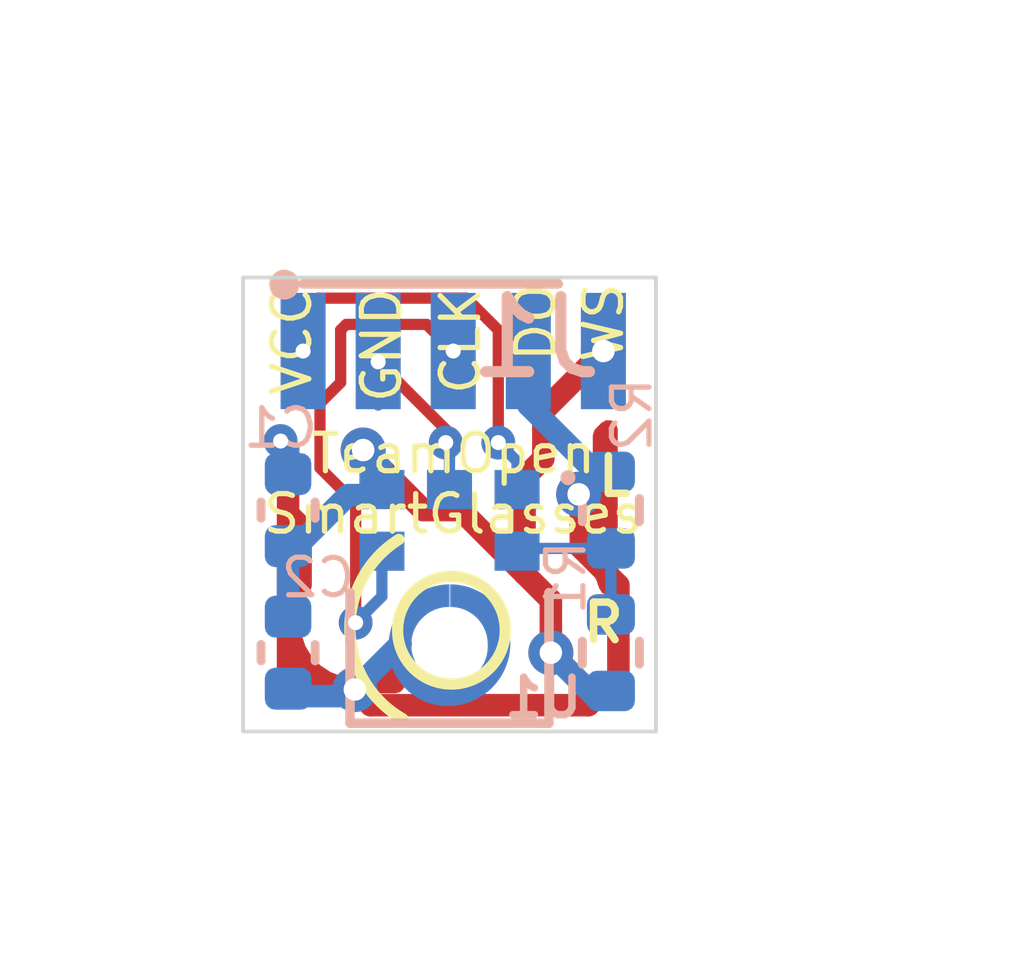
<source format=kicad_pcb>
(kicad_pcb (version 20211014) (generator pcbnew)
  (title_block (company "Parkview Research Labs"))
  (layers (0 "F.Cu" signal) (31 "B.Cu" signal) (34 "B.Paste" user) (35 "F.Paste" user) (36 "B.SilkS" user "B.Silkscreen") (37 "F.SilkS" user "F.Silkscreen") (38 "B.Mask" user) (39 "F.Mask" user) (44 "Edge.Cuts" user))
  (net 0 "")
  (net 1 "GND")
  (net 2 "Net-(R1-Pad2)")
  (net 3 "Net-(J1-Pad3)")
  (net 4 "Net-(J1-Pad1)")
  (net 5 "Net-(J1-Pad2)")
  (net 6 "+3V3")
  (footprint "Pauls_KiCAD_Libraries:Microhone_Graphic_sml" (layer "F.Cu") (at 150.876 96.1009 180)
    (fp_text reference "G1" hide)
    (fp_text value "Microphone_Graphic")
    (fp_arc (start 0.649207 -1.180369) (mid 1.352524 0.00041) (end 0.7 1.21) (layer "F.SilkS") (width 0.15))
    (fp_circle (center 0 0) (end 0.71 -0.1) (layer "F.SilkS") (width 0.15) (fill none))
  )
  (footprint "OSSG_footprints_endpiece:Solder-5P-Connector" (layer "B.Cu") (at 150.55 92.395)
    (fp_text reference "J1" (at 1.45 -0.195 180) (layer "B.SilkS") (effects (justify mirror)))
    (fp_text value "I2S_MIC_EXT")
    (fp_line (start -1.65 -0.91) (end 1.75 -0.91) (layer "B.SilkS") (width 0.127))
    (fp_circle (center -1.9 -0.9) (end -1.8 -0.9) (layer "B.SilkS") (width 0.2) (fill none))
    (pad "1" smd rect (at -1.65 -0.015) (size 0.6 1.55) (layers "B.Cu" "B.Paste" "B.Mask") (net 4 "Net-(J1-Pad1)"))
    (pad "2" smd rect (at -0.65 -0.015) (size 0.6 1.55) (layers "B.Cu" "B.Paste" "B.Mask") (net 5 "Net-(J1-Pad2)"))
    (pad "3" smd rect (at 0.35 -0.015) (size 0.6 1.55) (layers "B.Cu" "B.Paste" "B.Mask") (net 3 "Net-(J1-Pad3)"))
    (pad "4" smd rect (at 1.35 -0.015) (size 0.6 1.55) (layers "B.Cu" "B.Paste" "B.Mask") (net 1 "GND"))
    (pad "5" smd rect (at 2.35 -0.015) (size 0.6 1.55) (layers "B.Cu" "B.Paste" "B.Mask") (net 6 "+3V3"))
  )
  (footprint "Capacitor_SMD:C_0402_1005Metric" (layer "B.Cu") (at 148.7 94.5 90)
    (fp_text reference "C1" (at 1.0932 -0.1 180) (layer "B.SilkS") (effects (font (size 0.5 0.5) (thickness 0.07)) (justify mirror)))
    (fp_text value "100nF/C0G")
    (fp_line (start -0.107836 0.36) (end 0.107836 0.36) (layer "B.SilkS") (width 0.12))
    (fp_line (start -0.107836 -0.36) (end 0.107836 -0.36) (layer "B.SilkS") (width 0.12))
    (pad "1" smd roundrect locked (at -0.48 0 90) (size 0.56 0.62) (layers "B.Cu" "B.Paste" "B.Mask") (net 6 "+3V3"))
    (pad "2" smd roundrect locked (at 0.48 0 90) (size 0.56 0.62) (layers "B.Cu" "B.Paste" "B.Mask") (net 1 "GND"))
  )
  (footprint "Capacitor_SMD:C_0402_1005Metric" (layer "B.Cu") (at 148.7 96.4 -90)
    (fp_text reference "C2" (at -1 -0.4) (layer "B.SilkS") (effects (font (size 0.5 0.5) (thickness 0.07)) (justify mirror)))
    (fp_text value "1uF/C0G")
    (fp_line (start -0.107836 0.36) (end 0.107836 0.36) (layer "B.SilkS") (width 0.12))
    (fp_line (start -0.107836 -0.36) (end 0.107836 -0.36) (layer "B.SilkS") (width 0.12))
    (pad "1" smd roundrect locked (at -0.48 0 270) (size 0.56 0.62) (layers "B.Cu" "B.Paste" "B.Mask") (net 6 "+3V3"))
    (pad "2" smd roundrect locked (at 0.48 0 270) (size 0.56 0.62) (layers "B.Cu" "B.Paste" "B.Mask") (net 1 "GND"))
  )
  (footprint "Resistor_SMD:R_0402_1005Metric" (layer "B.Cu") (at 153 96.4 90)
    (fp_text reference "R1" (at 1 -0.6 90) (layer "B.SilkS") (effects (font (size 0.5 0.5) (thickness 0.07)) (justify mirror)))
    (fp_text value "0R*")
    (fp_line (start -0.153641 0.38) (end 0.153641 0.38) (layer "B.SilkS") (width 0.12))
    (fp_line (start -0.153641 -0.38) (end 0.153641 -0.38) (layer "B.SilkS") (width 0.12))
    (pad "1" smd roundrect locked (at -0.51 0 90) (size 0.54 0.64) (layers "B.Cu" "B.Paste" "B.Mask") (net 6 "+3V3"))
    (pad "2" smd roundrect locked (at 0.51 0 90) (size 0.54 0.64) (layers "B.Cu" "B.Paste" "B.Mask") (net 2 "Net-(R1-Pad2)"))
  )
  (footprint "Resistor_SMD:R_0402_1005Metric" (layer "B.Cu") (at 153 94.5 90)
    (fp_text reference "R2" (at 1.2704 0.279399 270) (layer "B.SilkS") (effects (font (size 0.5 0.5) (thickness 0.07)) (justify mirror)))
    (fp_text value "0R*")
    (fp_line (start -0.153641 0.38) (end 0.153641 0.38) (layer "B.SilkS") (width 0.12))
    (fp_line (start -0.153641 -0.38) (end 0.153641 -0.38) (layer "B.SilkS") (width 0.12))
    (pad "1" smd roundrect locked (at -0.51 0 90) (size 0.54 0.64) (layers "B.Cu" "B.Paste" "B.Mask") (net 2 "Net-(R1-Pad2)"))
    (pad "2" smd roundrect locked (at 0.51 0 90) (size 0.54 0.64) (layers "B.Cu" "B.Paste" "B.Mask") (net 1 "GND"))
  )
  (footprint "OSSG_footprints_endpiece:MIC_SPH0645LM4H-B" (layer "B.Cu") (at 150.85 96.3 180)
    (fp_text reference "U1" (at -1.25 -0.7) (layer "B.SilkS") (effects (font (size 0.5 0.5) (thickness 0.1)) (justify mirror)))
    (fp_text value "SPH0645LMH")
    (fp_line (start 1.325 0.7) (end 1.325 -1.04) (layer "B.SilkS") (width 0.127))
    (fp_line (start -1.325 -1.04) (end -1.325 0.7) (layer "B.SilkS") (width 0.127))
    (fp_line (start 1.325 -1.04) (end -1.325 -1.04) (layer "B.SilkS") (width 0.127))
    (fp_circle (center -1.578 2.232) (end -1.528 2.232) (layer "B.SilkS") (width 0.1) (fill none))
    (pad "" np_thru_hole circle (at 0 0 180) (size 0.5 0.5) (drill 0.5) (layers *.Cu *.Mask))
    (pad "1" smd rect (at -0.9 2.074 180) (size 0.6 0.522) (layers "B.Cu" "B.Paste" "B.Mask") (net 4 "Net-(J1-Pad1)"))
    (pad "2" smd rect (at -0.9 1.252 180) (size 0.6 0.522) (layers "B.Cu" "B.Paste" "B.Mask") (net 2 "Net-(R1-Pad2)"))
    (pad "3" smd custom (at 0.65 0.02 180) (size 0.1 0.1) (layers "B.Cu") (net 1 "GND") (options (clearance outline) (anchor rect)) (primitives (gr_poly (pts (xy -0.66 0.49) (xy -0.66 0.79) (xy -0.707 0.789) (xy -0.748 0.786) (xy -0.789 0.78) (xy -0.83 0.773) (xy -0.871 0.763) (xy -0.911 0.751) (xy -0.95 0.737) (xy -0.988 0.721) (xy -1.026 0.703) (xy -1.063 0.684) (xy -1.098 0.662) (xy -1.132 0.638) (xy -1.165 0.613) (xy -1.197 0.586) (xy -1.227 0.557) (xy -1.256 0.527) (xy -1.283 0.495) (xy -1.308 0.462) (xy -1.332 0.428) (xy -1.354 0.393) (xy -1.373 0.356) (xy -1.391 0.318) (xy -1.407 0.28) (xy -1.421 0.241) (xy -1.433 0.201) (xy -1.443 0.16) (xy -1.45 0.119) (xy -1.456 0.078) (xy -1.459 0.037) (xy -1.46 0) (xy -1.459 -0.043) (xy -1.455 -0.087) (xy -1.45 -0.13) (xy -1.442 -0.173) (xy -1.432 -0.215) (xy -1.419 -0.256) (xy -1.405 -0.297) (xy -1.388 -0.338) (xy -1.37 -0.377) (xy -1.349 -0.415) (xy -1.326 -0.452) (xy -1.301 -0.488) (xy -1.275 -0.522) (xy -1.247 -0.555) (xy -1.217 -0.587) (xy -1.185 -0.617) (xy -1.152 -0.645) (xy -1.118 -0.671) (xy -1.082 -0.696) (xy -1.045 -0.719) (xy -1.007 -0.74) (xy -0.968 -0.758) (xy -0.927 -0.775) (xy -0.886 -0.789) (xy -0.845 -0.802) (xy -0.803 -0.812) (xy -0.76 -0.82) (xy -0.717 -0.825) (xy -0.673 -0.829) (xy -0.63 -0.83) (xy -0.62 -0.83) (xy -0.579 -0.829) (xy -0.538 -0.826) (xy -0.498 -0.82) (xy -0.458 -0.813) (xy -0.418 -0.803) (xy -0.379 -0.792) (xy -0.34 -0.778) (xy -0.303 -0.763) (xy -0.266 -0.745) (xy -0.23 -0.725) (xy -0.195 -0.704) (xy -0.162 -0.681) (xy -0.129 -0.656) (xy -0.098 -0.63) (xy -0.068 -0.602) (xy -0.04 -0.572) (xy -0.014 -0.541) (xy 0.011 -0.508) (xy 0.034 -0.475) (xy 0.055 -0.44) (xy 0.075 -0.404) (xy 0.093 -0.367) (xy 0.108 -0.33) (xy 0.122 -0.291) (xy 0.133 -0.252) (xy 0.143 -0.212) (xy 0.15 -0.172) (xy 0.156 -0.132) (xy 0.159 -0.091) (xy 0.16 -0.05) (xy 0.16 -0.02) (xy 0.159 0.022) (xy 0.156 0.065) (xy 0.15 0.107) (xy 0.142 0.148) (xy 0.132 0.19) (xy 0.12 0.23) (xy 0.106 0.27) (xy 0.09 0.309) (xy 0.072 0.348) (xy 0.051 0.385) (xy 0.029 0.421) (xy 0.005 0.456) (xy -0.021 0.49) (xy -0.048 0.522) (xy -0.077 0.553) (xy -0.108 0.582) (xy -0.14 0.609) (xy -0.174 0.635) (xy -0.209 0.659) (xy -0.245 0.681) (xy -0.282 0.702) (xy -0.321 0.72) (xy -0.36 0.736) (xy -0.4 0.75) (xy -0.44 0.762) (xy -0.482 0.772) (xy -0.523 0.78) (xy -0.565 0.786) (xy -0.608 0.789) (xy -0.65 0.79) (xy -0.65 0.49) (xy -0.627 0.49) (xy -0.601 0.488) (xy -0.575 0.485) (xy -0.549 0.481) (xy -0.523 0.475) (xy -0.497 0.468) (xy -0.472 0.46) (xy -0.448 0.45) (xy -0.424 0.439) (xy -0.4 0.427) (xy -0.377 0.413) (xy -0.355 0.399) (xy -0.334 0.383) (xy -0.314 0.366) (xy -0.294 0.348) (xy -0.276 0.329) (xy -0.258 0.31) (xy -0.242 0.289) (xy -0.226 0.267) (xy -0.212 0.245) (xy -0.199 0.222) (xy -0.187 0.198) (xy -0.177 0.174) (xy -0.167 0.149) (xy -0.16 0.124) (xy -0.153 0.099) (xy -0.148 0.073) (xy -0.144 0.047) (xy -0.141 0.02) (xy -0.14 -0.01) (xy -0.141 -0.037) (xy -0.143 -0.064) (xy -0.146 -0.091) (xy -0.151 -0.118) (xy -0.158 -0.145) (xy -0.165 -0.171) (xy -0.175 -0.196) (xy -0.185 -0.222) (xy -0.197 -0.246) (xy -0.21 -0.27) (xy -0.224 -0.293) (xy -0.239 -0.316) (xy -0.256 -0.337) (xy -0.274 -0.358) (xy -0.292 -0.378) (xy -0.312 -0.396) (xy -0.333 -0.414) (xy -0.354 -0.431) (xy -0.377 -0.446) (xy -0.4 -0.46) (xy -0.424 -0.473) (xy -0.448 -0.485) (xy -0.474 -0.495) (xy -0.499 -0.505) (xy -0.525 -0.512) (xy -0.552 -0.519) (xy -0.579 -0.524) (xy -0.606 -0.527) (xy -0.633 -0.529) (xy -0.66 -0.53) (xy -0.67 -0.53) (xy -0.696 -0.529) (xy -0.721 -0.527) (xy -0.747 -0.524) (xy -0.772 -0.519) (xy -0.797 -0.513) (xy -0.821 -0.506) (xy -0.846 -0.497) (xy -0.869 -0.488) (xy -0.892 -0.477) (xy -0.915 -0.464) (xy -0.937 -0.451) (xy -0.958 -0.436) (xy -0.978 -0.421) (xy -0.998 -0.404) (xy -1.016 -0.386) (xy -1.034 -0.368) (xy -1.051 -0.348) (xy -1.066 -0.328) (xy -1.081 -0.307) (xy -1.094 -0.285) (xy -1.107 -0.262) (xy -1.118 -0.239) (xy -1.127 -0.216) (xy -1.136 -0.191) (xy -1.143 -0.167) (xy -1.149 -0.142) (xy -1.154 -0.117) (xy -1.157 -0.091) (xy -1.159 -0.066) (xy -1.16 -0.04) (xy -1.16 -0.01) (xy -1.159 0.016) (xy -1.157 0.042) (xy -1.154 0.068) (xy -1.149 0.094) (xy -1.143 0.119) (xy -1.136 0.145) (xy -1.127 0.169) (xy -1.117 0.193) (xy -1.106 0.217) (xy -1.093 0.24) (xy -1.079 0.262) (xy -1.065 0.284) (xy -1.049 0.305) (xy -1.032 0.325) (xy -1.014 0.344) (xy -0.995 0.362) (xy -0.975 0.379) (xy -0.954 0.395) (xy -0.932 0.409) (xy -0.91 0.423) (xy -0.887 0.436) (xy -0.863 0.447) (xy -0.839 0.457) (xy -0.815 0.466) (xy -0.789 0.473) (xy -0.764 0.479) (xy -0.738 0.484) (xy -0.712 0.487) (xy -0.686 0.489) (xy -0.66 0.49)) (width 0.001) (fill yes))))
    (pad "4" smd rect (at 0.9 1.252 180) (size 0.6 0.522) (layers "B.Cu" "B.Paste" "B.Mask") (net 3 "Net-(J1-Pad3)"))
    (pad "5" smd rect (at 0.9 2.074 180) (size 0.6 0.522) (layers "B.Cu" "B.Paste" "B.Mask") (net 6 "+3V3"))
    (pad "6" smd rect (at 0 2.074 180) (size 0.6 0.522) (layers "B.Cu" "B.Paste" "B.Mask") (net 5 "Net-(J1-Pad2)"))
  )
  (gr_line (start 148.1 97.45) (end 148.1 91.4) (layer "Edge.Cuts") (width 0.05))
  (gr_line (start 153.6 97.45) (end 148.1 97.45) (layer "Edge.Cuts") (width 0.05))
  (gr_line (start 153.6 91.4) (end 153.6 97.45) (layer "Edge.Cuts") (width 0.05))
  (gr_line (start 148.1 91.4) (end 153.6 91.4) (layer "Edge.Cuts") (width 0.05))
  (gr_text "GND" (at 149.9476 92.3 90) (layer "F.SilkS") (effects (font (size 0.5 0.5) (thickness 0.07))))
  (gr_text "CLK" (at 150.9976 92.25 90) (layer "F.SilkS") (effects (font (size 0.5 0.5) (thickness 0.07))))
  (gr_text "DO" (at 152 92 90) (layer "F.SilkS") (effects (font (size 0.5 0.5) (thickness 0.07))))
  (gr_text "L" (at 153.05 94.05) (layer "F.SilkS") (effects (font (size 0.5 0.5) (thickness 0.1))))
  (gr_text "WS" (at 152.9 92 90) (layer "F.SilkS") (effects (font (size 0.5 0.5) (thickness 0.07))))
  (gr_text "VCC" (at 148.7476 92.25 90) (layer "F.SilkS") (effects (font (size 0.5 0.5) (thickness 0.07))))
  (gr_text "TeamOpen\nSmartGlasses" (at 150.9 94.15) (layer "F.SilkS") (effects (font (size 0.5 0.5) (thickness 0.07))))
  (gr_text "R" (at 152.9 96) (layer "F.SilkS") (effects (font (size 0.5 0.5) (thickness 0.1))))
  (segment (start 152.5995 94.9995) (end 153.1 95.5) (width 0.3) (layer "F.Cu") (net 1))
  (segment (start 148.99 96.89) (end 148.7 96.6) (width 0.3) (layer "F.Cu") (net 1))
  (segment (start 152.5995 94.358666) (end 152.5995 94.9995) (width 0.3) (layer "F.Cu") (net 1))
  (segment (start 149.59 96.89) (end 148.99 96.89) (width 0.3) (layer "F.Cu") (net 1))
  (segment (start 153.1 96.7) (end 152.7 97.1) (width 0.3) (layer "F.Cu") (net 1))
  (segment (start 148.7 93.679502) (end 148.6 93.579502) (width 0.3) (layer "F.Cu") (net 1))
  (segment (start 148.7 96.6) (end 148.7 93.679502) (width 0.3) (layer "F.Cu") (net 1))
  (segment (start 149.8 97.1) (end 152.7 97.1) (width 0.3) (layer "F.Cu") (net 1))
  (segment (start 153.1 95.5) (end 153.1 96.7) (width 0.3) (layer "F.Cu") (net 1))
  (segment (start 149.59 96.89) (end 149.8 97.1) (width 0.3) (layer "F.Cu") (net 1))
  (via (at 149.59 96.89) (size 0.6) (drill 0.3) (layers "F.Cu" "B.Cu") (net 1))
  (via (at 148.6 93.579502) (size 0.45) (drill 0.2) (layers "F.Cu" "B.Cu") (net 1))
  (via (at 152.570613 94.289452) (size 0.6) (drill 0.3) (layers "F.Cu" "B.Cu") (net 1))
  (segment (start 148.7 93.679502) (end 148.6 93.579502) (width 0.3) (layer "B.Cu") (net 1))
  (segment (start 153 93.99) (end 152.870065 93.99) (width 0.3) (layer "B.Cu") (net 1))
  (segment (start 151.9 92.89) (end 151.9 92.38) (width 0.15) (layer "B.Cu") (net 1))
  (segment (start 151.9 93.1) (end 151.9 92.38) (width 0.3) (layer "B.Cu") (net 1))
  (segment (start 148.7 94.02) (end 148.7 93.679502) (width 0.3) (layer "B.Cu") (net 1))
  (segment (start 148.7 96.98) (end 149.5 96.98) (width 0.3) (layer "B.Cu") (net 1))
  (segment (start 149.5 96.98) (end 150.2 96.28) (width 0.3) (layer "B.Cu") (net 1))
  (segment (start 148.7 94.02) (end 148.7 93.748233) (width 0.3) (layer "B.Cu") (net 1))
  (segment (start 152.870065 93.99) (end 152.570613 94.289452) (width 0.3) (layer "B.Cu") (net 1))
  (segment (start 152.79 93.99) (end 151.9 93.1) (width 0.3) (layer "B.Cu") (net 1))
  (segment (start 149.59 96.89) (end 149.59 96.8505) (width 0.3) (layer "B.Cu") (net 1))
  (segment (start 153 93.99) (end 152.79 93.99) (width 0.3) (layer "B.Cu") (net 1))
  (segment (start 149.5 96.98) (end 149.59 96.89) (width 0.3) (layer "B.Cu") (net 1))
  (segment (start 153 95.01) (end 153 95.99) (width 0.15) (layer "B.Cu") (net 2))
  (segment (start 153 95.01) (end 151.788 95.01) (width 0.15) (layer "B.Cu") (net 2))
  (segment (start 151.788 95.01) (end 151.75 95.048) (width 0.15) (layer "B.Cu") (net 2))
  (segment (start 149.4 92.8) (end 149.4 92.1) (width 0.15) (layer "F.Cu") (net 3))
  (segment (start 149.4 92.1) (end 149.475 92.025) (width 0.15) (layer "F.Cu") (net 3))
  (segment (start 149.475 92.025) (end 150.545 92.025) (width 0.15) (layer "F.Cu") (net 3))
  (segment (start 150.545 92.025) (end 150.9 92.38) (width 0.15) (layer "F.Cu") (net 3))
  (segment (start 149.125 93.075) (end 149.4 92.8) (width 0.15) (layer "F.Cu") (net 3))
  (segment (start 149.125 93.938173) (end 149.125 93.075) (width 0.15) (layer "F.Cu") (net 3))
  (segment (start 149.6 94.413173) (end 149.125 93.938173) (width 0.15) (layer "F.Cu") (net 3))
  (segment (start 149.6 96) (end 149.6 94.413173) (width 0.15) (layer "F.Cu") (net 3))
  (via (at 149.6 96) (size 0.45) (drill 0.2) (layers "F.Cu" "B.Cu") (net 3))
  (via (at 150.9 92.38) (size 0.45) (drill 0.2) (layers "F.Cu" "B.Cu") (net 3))
  (segment (start 149.95 95.65) (end 149.6 96) (width 0.15) (layer "B.Cu") (net 3))
  (segment (start 149.95 95.048) (end 149.95 95.65) (width 0.15) (layer "B.Cu") (net 3))
  (segment (start 148.9 91.875) (end 148.9 92.38) (width 0.15) (layer "F.Cu") (net 4))
  (segment (start 151.5 93.6) (end 151.5 92.1) (width 0.15) (layer "F.Cu") (net 4))
  (segment (start 149.1 91.675) (end 148.9 91.875) (width 0.15) (layer "F.Cu") (net 4))
  (segment (start 151.5 92.1) (end 151.075 91.675) (width 0.15) (layer "F.Cu") (net 4))
  (segment (start 151.075 91.675) (end 149.1 91.675) (width 0.15) (layer "F.Cu") (net 4))
  (via (at 148.9 92.38) (size 0.45) (drill 0.2) (layers "F.Cu" "B.Cu") (net 4))
  (via (at 151.5 93.6) (size 0.45) (drill 0.2) (layers "F.Cu" "B.Cu") (net 4))
  (segment (start 151.75 93.85) (end 151.5 93.6) (width 0.15) (layer "B.Cu") (net 4))
  (segment (start 151.75 94.226) (end 151.75 93.85) (width 0.15) (layer "B.Cu") (net 4))
  (segment (start 150.8 93.4245) (end 149.9 92.5245) (width 0.15) (layer "F.Cu") (net 5))
  (segment (start 150.8 93.6) (end 150.8 93.4245) (width 0.15) (layer "F.Cu") (net 5))
  (via (at 149.9 92.5245) (size 0.45) (drill 0.2) (layers "F.Cu" "B.Cu") (net 5))
  (via (at 150.8 93.6) (size 0.45) (drill 0.2) (layers "F.Cu" "B.Cu") (net 5))
  (segment (start 150.85 93.65) (end 150.8 93.6) (width 0.15) (layer "B.Cu") (net 5))
  (segment (start 150.85 94.226) (end 150.85 93.65) (width 0.15) (layer "B.Cu") (net 5))
  (segment (start 149.9 93.1) (end 149.9 92.38) (width 0.15) (layer "B.Cu") (net 5))
  (segment (start 151.85 95.35) (end 151 94.5) (width 0.3) (layer "F.Cu") (net 6))
  (segment (start 151.85 95.35) (end 151.85 94.063173) (width 0.3) (layer "F.Cu") (net 6))
  (segment (start 150.5 94.5) (end 149.7 93.7) (width 0.3) (layer "F.Cu") (net 6))
  (segment (start 152.2 95.7) (end 151.85 95.35) (width 0.3) (layer "F.Cu") (net 6))
  (segment (start 152.1 93.813173) (end 152.1 93.18) (width 0.3) (layer "F.Cu") (net 6))
  (segment (start 152.1 93.18) (end 152.9 92.38) (width 0.3) (layer "F.Cu") (net 6))
  (segment (start 151.85 94.063173) (end 152.1 93.813173) (width 0.3) (layer "F.Cu") (net 6))
  (segment (start 152.2 96.4) (end 152.2 95.7) (width 0.3) (layer "F.Cu") (net 6))
  (segment (start 151 94.5) (end 150.5 94.5) (width 0.3) (layer "F.Cu") (net 6))
  (via (at 152.9 92.38) (size 0.6) (drill 0.3) (layers "F.Cu" "B.Cu") (net 6))
  (via (at 152.2 96.4) (size 0.6) (drill 0.3) (layers "F.Cu" "B.Cu") (net 6))
  (via (at 149.7 93.7) (size 0.6) (drill 0.3) (layers "F.Cu" "B.Cu") (net 6))
  (segment (start 152.81 97.01) (end 152.2 96.4) (width 0.3) (layer "B.Cu") (net 6))
  (segment (start 149.95 93.95) (end 149.7 93.7) (width 0.3) (layer "B.Cu") (net 6))
  (segment (start 148.7 94.98) (end 148.82 94.98) (width 0.3) (layer "B.Cu") (net 6))
  (segment (start 148.82 94.98) (end 149.5 94.3) (width 0.3) (layer "B.Cu") (net 6))
  (segment (start 149.924 94.2) (end 149.95 94.226) (width 0.15) (layer "B.Cu") (net 6))
  (segment (start 149.5 94.3) (end 149.876 94.3) (width 0.3) (layer "B.Cu") (net 6))
  (segment (start 149.876 94.3) (end 149.95 94.226) (width 0.3) (layer "B.Cu") (net 6))
  (segment (start 148.7 94.98) (end 148.72 94.98) (width 0.15) (layer "B.Cu") (net 6))
  (segment (start 149.95 94.226) (end 149.95 93.95) (width 0.3) (layer "B.Cu") (net 6))
  (segment (start 153 97.01) (end 152.81 97.01) (width 0.3) (layer "B.Cu") (net 6))
  (segment (start 148.7 94.98) (end 148.7 96.02) (width 0.3) (layer "B.Cu") (net 6))
  (zone (net 1) (net_name "GND") (layer "F.Cu") (connect_pads (clearance 0.508)) (min_thickness 0.254) (fill yes (thermal_gap 0.508) (thermal_bridge_width 0.508))
    (polygon (pts (xy 154.559 98.8949) (xy 154.5971 98.8949) (xy 154.559 98.933) (xy 154.559 99.0092) (xy 154.4828 99.0092) (xy 154.559 98.933) (xy 154.559 98.8949) (xy 147.3708 98.8949) (xy 147.3708 90.3605) (xy 154.559 90.3605)))
  )
)
</source>
